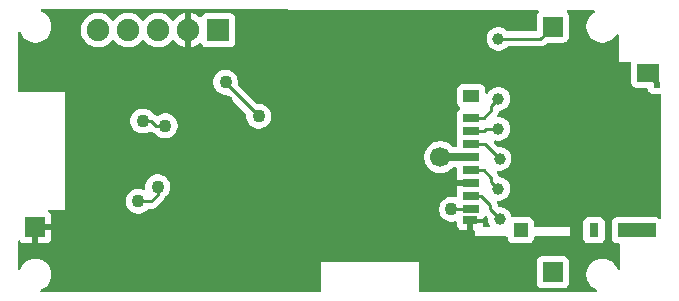
<source format=gbr>
%TF.GenerationSoftware,KiCad,Pcbnew,9.0.3-1.fc42*%
%TF.CreationDate,2025-07-19T22:58:11+02:00*%
%TF.ProjectId,yasio,79617369-6f2e-46b6-9963-61645f706362,rev?*%
%TF.SameCoordinates,Original*%
%TF.FileFunction,Copper,L2,Bot*%
%TF.FilePolarity,Positive*%
%FSLAX46Y46*%
G04 Gerber Fmt 4.6, Leading zero omitted, Abs format (unit mm)*
G04 Created by KiCad (PCBNEW 9.0.3-1.fc42) date 2025-07-19 22:58:11*
%MOMM*%
%LPD*%
G01*
G04 APERTURE LIST*
G04 Aperture macros list*
%AMRotRect*
0 Rectangle, with rotation*
0 The origin of the aperture is its center*
0 $1 length*
0 $2 width*
0 $3 Rotation angle, in degrees counterclockwise*
0 Add horizontal line*
21,1,$1,$2,0,0,$3*%
G04 Aperture macros list end*
%TA.AperFunction,ComponentPad*%
%ADD10R,1.700000X1.700000*%
%TD*%
%TA.AperFunction,ComponentPad*%
%ADD11R,1.900000X1.900000*%
%TD*%
%TA.AperFunction,ComponentPad*%
%ADD12O,1.900000X1.900000*%
%TD*%
%TA.AperFunction,SMDPad,CuDef*%
%ADD13R,1.400000X0.700000*%
%TD*%
%TA.AperFunction,SMDPad,CuDef*%
%ADD14R,1.200000X0.700000*%
%TD*%
%TA.AperFunction,SMDPad,CuDef*%
%ADD15R,0.800000X1.200000*%
%TD*%
%TA.AperFunction,SMDPad,CuDef*%
%ADD16R,1.900000X1.500000*%
%TD*%
%TA.AperFunction,SMDPad,CuDef*%
%ADD17RotRect,0.200000X0.200000X225.000000*%
%TD*%
%TA.AperFunction,SMDPad,CuDef*%
%ADD18R,0.500000X0.500000*%
%TD*%
%TA.AperFunction,SMDPad,CuDef*%
%ADD19R,1.400000X1.000000*%
%TD*%
%TA.AperFunction,SMDPad,CuDef*%
%ADD20R,3.200000X1.200000*%
%TD*%
%TA.AperFunction,SMDPad,CuDef*%
%ADD21R,1.200000X1.200000*%
%TD*%
%TA.AperFunction,ViaPad*%
%ADD22C,1.000000*%
%TD*%
%TA.AperFunction,ViaPad*%
%ADD23C,1.100000*%
%TD*%
%TA.AperFunction,ViaPad*%
%ADD24C,1.700000*%
%TD*%
%TA.AperFunction,Conductor*%
%ADD25C,0.254000*%
%TD*%
%TA.AperFunction,Conductor*%
%ADD26C,0.700000*%
%TD*%
%TA.AperFunction,Conductor*%
%ADD27C,0.800000*%
%TD*%
G04 APERTURE END LIST*
D10*
%TO.P,J2,1,Pin_1*%
%TO.N,Net-(J2-Pin_1)*%
X145800000Y-122800000D03*
%TD*%
%TO.P,J5,1,Pin_1*%
%TO.N,GND*%
X102000000Y-119000000D03*
%TD*%
D11*
%TO.P,J1,1,Pin_1*%
%TO.N,+5V*%
X117475000Y-102300000D03*
D12*
%TO.P,J1,2,Pin_2*%
%TO.N,GND*%
X114935000Y-102300000D03*
%TO.P,J1,3,Pin_3*%
%TO.N,/5V_CMD*%
X112395000Y-102300000D03*
%TO.P,J1,4,Pin_4*%
%TO.N,/5V_DATA_OUT*%
X109855000Y-102300000D03*
%TO.P,J1,5,Pin_5*%
%TO.N,/5V_DATA_IN*%
X107315000Y-102300000D03*
%TD*%
D10*
%TO.P,J4,1,Pin_1*%
%TO.N,Net-(J4-Pin_1)*%
X145800000Y-102000000D03*
%TD*%
D13*
%TO.P,J3,1,DAT2*%
%TO.N,DAT2*%
X138900000Y-109755000D03*
%TO.P,J3,2,DAT3/CD*%
%TO.N,DAT3*%
X138900000Y-110855000D03*
%TO.P,J3,3,CMD*%
%TO.N,CMD*%
X138900000Y-111955000D03*
%TO.P,J3,4,VDD*%
%TO.N,+3.3V*%
X138900000Y-113055000D03*
%TO.P,J3,5,CLK*%
%TO.N,CLK*%
X138900000Y-114155000D03*
%TO.P,J3,6,VSS*%
%TO.N,GND*%
X138900000Y-115255000D03*
%TO.P,J3,7,DAT0*%
%TO.N,DAT0*%
X138900000Y-116355000D03*
%TO.P,J3,8,DAT1*%
%TO.N,DAT1*%
X138900000Y-117455000D03*
D14*
%TO.P,J3,9,SHIELD*%
%TO.N,GND*%
X138800000Y-118405000D03*
D15*
%TO.P,J3,10*%
%TO.N,N/C*%
X149300000Y-119255000D03*
D16*
%TO.P,J3,11*%
X153900000Y-105955000D03*
D17*
X154350000Y-106705000D03*
D18*
X154600000Y-106955000D03*
D19*
X138900000Y-107855000D03*
D20*
X152900000Y-119255000D03*
D21*
X143100000Y-119255000D03*
%TD*%
D22*
%TO.N,Net-(J4-Pin_1)*%
X141200000Y-103040000D03*
D23*
%TO.N,GND*%
X109126898Y-112687420D03*
X118500000Y-116200000D03*
D24*
X121635729Y-105583147D03*
D23*
X121090638Y-121572850D03*
X112200000Y-108400000D03*
X112100000Y-112300000D03*
X114000000Y-123500000D03*
X109900000Y-123500000D03*
X118200000Y-108400000D03*
X118500000Y-112300000D03*
%TO.N,/5V_DATA_IN*%
X112353344Y-115550000D03*
X110700000Y-116800000D03*
%TO.N,/5V_DATA_OUT*%
X113000000Y-110400000D03*
X111100000Y-110000000D03*
D22*
%TO.N,CLK*%
X141200000Y-115740000D03*
%TO.N,DAT2*%
X141200000Y-108120000D03*
D24*
%TO.N,+3.3V*%
X136278953Y-113051622D03*
D23*
%TO.N,DAT1*%
X137229214Y-117467266D03*
D22*
%TO.N,DAT0*%
X141300000Y-118280000D03*
%TO.N,DAT3*%
X141200000Y-110660000D03*
%TO.N,CMD*%
X141300000Y-113200000D03*
D23*
%TO.N,SIO_CMD*%
X120900000Y-109600000D03*
X118100000Y-106700000D03*
%TD*%
D25*
%TO.N,Net-(J4-Pin_1)*%
X144760000Y-103040000D02*
X145800000Y-102000000D01*
X141200000Y-103040000D02*
X144760000Y-103040000D01*
%TO.N,/5V_DATA_IN*%
X111800000Y-116800000D02*
X112353344Y-116246656D01*
X110700000Y-116800000D02*
X111800000Y-116800000D01*
X112353344Y-116246656D02*
X112353344Y-115550000D01*
%TO.N,/5V_DATA_OUT*%
X111100000Y-110000000D02*
X111800000Y-110000000D01*
X111800000Y-110000000D02*
X112200000Y-110400000D01*
X112200000Y-110400000D02*
X113000000Y-110400000D01*
%TO.N,CLK*%
X140600000Y-114800000D02*
X140600000Y-115140000D01*
X138900000Y-114155000D02*
X139955000Y-114155000D01*
X140600000Y-115140000D02*
X141200000Y-115740000D01*
X139955000Y-114155000D02*
X140600000Y-114800000D01*
%TO.N,DAT2*%
X140600000Y-108700000D02*
X141180000Y-108120000D01*
X139945000Y-109755000D02*
X140600000Y-109100000D01*
X138900000Y-109755000D02*
X139945000Y-109755000D01*
X140600000Y-109100000D02*
X140600000Y-108700000D01*
X141180000Y-108120000D02*
X141200000Y-108120000D01*
D26*
%TO.N,+3.3V*%
X138900000Y-113055000D02*
X136282331Y-113055000D01*
D27*
X136282331Y-113055000D02*
X136278953Y-113051622D01*
D25*
%TO.N,DAT1*%
X138900000Y-117455000D02*
X137241480Y-117455000D01*
X137241480Y-117455000D02*
X137229214Y-117467266D01*
%TO.N,DAT0*%
X139755000Y-116355000D02*
X140500000Y-117100000D01*
X140500000Y-117480000D02*
X141300000Y-118280000D01*
X138900000Y-116355000D02*
X139755000Y-116355000D01*
X140500000Y-117100000D02*
X140500000Y-117480000D01*
%TO.N,DAT3*%
X141200000Y-110660000D02*
X140140000Y-110660000D01*
X140140000Y-110660000D02*
X139945000Y-110855000D01*
X139945000Y-110855000D02*
X138900000Y-110855000D01*
%TO.N,CMD*%
X138900000Y-111955000D02*
X140055000Y-111955000D01*
X140055000Y-111955000D02*
X141300000Y-113200000D01*
%TO.N,SIO_CMD*%
X120900000Y-109600000D02*
X118100000Y-106800000D01*
X118100000Y-106800000D02*
X118100000Y-106700000D01*
%TD*%
%TA.AperFunction,Conductor*%
%TO.N,GND*%
G36*
X144499349Y-100586442D02*
G01*
X144566347Y-100606258D01*
X144611998Y-100659152D01*
X144621806Y-100728330D01*
X144596175Y-100784162D01*
X144597768Y-100785355D01*
X144506206Y-100907664D01*
X144506202Y-100907671D01*
X144455908Y-101042517D01*
X144449501Y-101102116D01*
X144449500Y-101102127D01*
X144449500Y-101743201D01*
X144449501Y-102288500D01*
X144429816Y-102355539D01*
X144377013Y-102401294D01*
X144325501Y-102412500D01*
X142038783Y-102412500D01*
X141971744Y-102392815D01*
X141951106Y-102376185D01*
X141837782Y-102262861D01*
X141837781Y-102262860D01*
X141837780Y-102262859D01*
X141673920Y-102153371D01*
X141673907Y-102153364D01*
X141491839Y-102077950D01*
X141491829Y-102077947D01*
X141298543Y-102039500D01*
X141298541Y-102039500D01*
X141101459Y-102039500D01*
X141101457Y-102039500D01*
X140908170Y-102077947D01*
X140908160Y-102077950D01*
X140726092Y-102153364D01*
X140726079Y-102153371D01*
X140562218Y-102262860D01*
X140562214Y-102262863D01*
X140422863Y-102402214D01*
X140422860Y-102402218D01*
X140313371Y-102566079D01*
X140313364Y-102566092D01*
X140237950Y-102748160D01*
X140237947Y-102748170D01*
X140199500Y-102941456D01*
X140199500Y-102941459D01*
X140199500Y-103138541D01*
X140199500Y-103138543D01*
X140199499Y-103138543D01*
X140237947Y-103331829D01*
X140237950Y-103331839D01*
X140313364Y-103513907D01*
X140313371Y-103513920D01*
X140422860Y-103677781D01*
X140422863Y-103677785D01*
X140562214Y-103817136D01*
X140562218Y-103817139D01*
X140726079Y-103926628D01*
X140726092Y-103926635D01*
X140902006Y-103999500D01*
X140908165Y-104002051D01*
X140908169Y-104002051D01*
X140908170Y-104002052D01*
X141101456Y-104040500D01*
X141101459Y-104040500D01*
X141298543Y-104040500D01*
X141428582Y-104014632D01*
X141491835Y-104002051D01*
X141673914Y-103926632D01*
X141837782Y-103817139D01*
X141951103Y-103703817D01*
X142012424Y-103670334D01*
X142038783Y-103667500D01*
X144821804Y-103667500D01*
X144821805Y-103667499D01*
X144943035Y-103643386D01*
X145023784Y-103609937D01*
X145057233Y-103596083D01*
X145160008Y-103527411D01*
X145247411Y-103440008D01*
X145300601Y-103386818D01*
X145361924Y-103353333D01*
X145388282Y-103350499D01*
X146697871Y-103350499D01*
X146697872Y-103350499D01*
X146757483Y-103344091D01*
X146892331Y-103293796D01*
X147007546Y-103207546D01*
X147093796Y-103092331D01*
X147144091Y-102957483D01*
X147150500Y-102897873D01*
X147150499Y-101102128D01*
X147144091Y-101042517D01*
X147111736Y-100955770D01*
X147093797Y-100907671D01*
X147093793Y-100907664D01*
X147005614Y-100789873D01*
X146981196Y-100724409D01*
X146996047Y-100656136D01*
X147045452Y-100606730D01*
X147105123Y-100591562D01*
X149264903Y-100595805D01*
X149331902Y-100615621D01*
X149377553Y-100668515D01*
X149387361Y-100737693D01*
X149358211Y-100801192D01*
X149320954Y-100830289D01*
X149292182Y-100844949D01*
X149120213Y-100969890D01*
X148969890Y-101120213D01*
X148844951Y-101292179D01*
X148748444Y-101481585D01*
X148682753Y-101683760D01*
X148649500Y-101893713D01*
X148649500Y-102106286D01*
X148682753Y-102316239D01*
X148682753Y-102316241D01*
X148682754Y-102316243D01*
X148714568Y-102414157D01*
X148748444Y-102518414D01*
X148844951Y-102707820D01*
X148969890Y-102879786D01*
X149120213Y-103030109D01*
X149292179Y-103155048D01*
X149292181Y-103155049D01*
X149292184Y-103155051D01*
X149481588Y-103251557D01*
X149683757Y-103317246D01*
X149893713Y-103350500D01*
X149893714Y-103350500D01*
X150106286Y-103350500D01*
X150106287Y-103350500D01*
X150316243Y-103317246D01*
X150518412Y-103251557D01*
X150707816Y-103155051D01*
X150762745Y-103115143D01*
X150879786Y-103030109D01*
X150879788Y-103030106D01*
X150879792Y-103030104D01*
X151030104Y-102879792D01*
X151030106Y-102879788D01*
X151030109Y-102879786D01*
X151155048Y-102707820D01*
X151155047Y-102707820D01*
X151155051Y-102707816D01*
X151165515Y-102687278D01*
X151213488Y-102636483D01*
X151281309Y-102619687D01*
X151347444Y-102642223D01*
X151390896Y-102696938D01*
X151400000Y-102743573D01*
X151400000Y-105000000D01*
X151922184Y-105000000D01*
X151929813Y-105000500D01*
X151934108Y-105000500D01*
X152328294Y-105000500D01*
X152395333Y-105020185D01*
X152441088Y-105072989D01*
X152451583Y-105137757D01*
X152449500Y-105157121D01*
X152449500Y-106752870D01*
X152449501Y-106752876D01*
X152455908Y-106812483D01*
X152506202Y-106947328D01*
X152506206Y-106947335D01*
X152592452Y-107062544D01*
X152592455Y-107062547D01*
X152707664Y-107148793D01*
X152707671Y-107148797D01*
X152842517Y-107199091D01*
X152842516Y-107199091D01*
X152849444Y-107199835D01*
X152902127Y-107205500D01*
X153733023Y-107205499D01*
X153800062Y-107225183D01*
X153845817Y-107277987D01*
X153853265Y-107305134D01*
X153854124Y-107304932D01*
X153855907Y-107312479D01*
X153906202Y-107447328D01*
X153906206Y-107447335D01*
X153992452Y-107562544D01*
X153992455Y-107562547D01*
X154107664Y-107648793D01*
X154107671Y-107648797D01*
X154152618Y-107665561D01*
X154242517Y-107699091D01*
X154302127Y-107705500D01*
X154875500Y-107705499D01*
X154942539Y-107725183D01*
X154988294Y-107777987D01*
X154999500Y-107829499D01*
X154999500Y-118155998D01*
X154979815Y-118223037D01*
X154927011Y-118268792D01*
X154857853Y-118278736D01*
X154801189Y-118255265D01*
X154742331Y-118211204D01*
X154742328Y-118211202D01*
X154607482Y-118160908D01*
X154607483Y-118160908D01*
X154547883Y-118154501D01*
X154547881Y-118154500D01*
X154547873Y-118154500D01*
X154547864Y-118154500D01*
X151252129Y-118154500D01*
X151252123Y-118154501D01*
X151192516Y-118160908D01*
X151057671Y-118211202D01*
X151057664Y-118211206D01*
X150942455Y-118297452D01*
X150942452Y-118297455D01*
X150856206Y-118412664D01*
X150856202Y-118412671D01*
X150805908Y-118547517D01*
X150800833Y-118594730D01*
X150799501Y-118607123D01*
X150799500Y-118607135D01*
X150799500Y-119902870D01*
X150799501Y-119902876D01*
X150805908Y-119962483D01*
X150856202Y-120097328D01*
X150856206Y-120097335D01*
X150942452Y-120212544D01*
X150942455Y-120212547D01*
X151057664Y-120298793D01*
X151057671Y-120298797D01*
X151102618Y-120315561D01*
X151192517Y-120349091D01*
X151252127Y-120355500D01*
X151375500Y-120355499D01*
X151442539Y-120375183D01*
X151488294Y-120427987D01*
X151499500Y-120479499D01*
X151499500Y-122461773D01*
X151479815Y-122528812D01*
X151427011Y-122574567D01*
X151357853Y-122584511D01*
X151294297Y-122555486D01*
X151257570Y-122500094D01*
X151251557Y-122481588D01*
X151155051Y-122292184D01*
X151155049Y-122292181D01*
X151155048Y-122292179D01*
X151030109Y-122120213D01*
X150879786Y-121969890D01*
X150707820Y-121844951D01*
X150518414Y-121748444D01*
X150518413Y-121748443D01*
X150518412Y-121748443D01*
X150316243Y-121682754D01*
X150316241Y-121682753D01*
X150316240Y-121682753D01*
X150154957Y-121657208D01*
X150106287Y-121649500D01*
X149893713Y-121649500D01*
X149845042Y-121657208D01*
X149683760Y-121682753D01*
X149481585Y-121748444D01*
X149292179Y-121844951D01*
X149120213Y-121969890D01*
X148969890Y-122120213D01*
X148844951Y-122292179D01*
X148748444Y-122481585D01*
X148682753Y-122683760D01*
X148649500Y-122893713D01*
X148649500Y-123106287D01*
X148682754Y-123316243D01*
X148734075Y-123474193D01*
X148748444Y-123518414D01*
X148844951Y-123707820D01*
X148969890Y-123879786D01*
X149120213Y-124030109D01*
X149292179Y-124155048D01*
X149292181Y-124155049D01*
X149292184Y-124155051D01*
X149481588Y-124251557D01*
X149500092Y-124257569D01*
X149557768Y-124297006D01*
X149584966Y-124361365D01*
X149573051Y-124430211D01*
X149525807Y-124481687D01*
X149461774Y-124499500D01*
X134574000Y-124499500D01*
X134506961Y-124479815D01*
X134461206Y-124427011D01*
X134450000Y-124375500D01*
X134450000Y-121950000D01*
X126200000Y-121950000D01*
X126200000Y-124375500D01*
X126180315Y-124442539D01*
X126127511Y-124488294D01*
X126076000Y-124499500D01*
X102538226Y-124499500D01*
X102471187Y-124479815D01*
X102425432Y-124427011D01*
X102415488Y-124357853D01*
X102444513Y-124294297D01*
X102499906Y-124257569D01*
X102518412Y-124251557D01*
X102707816Y-124155051D01*
X102729789Y-124139086D01*
X102879786Y-124030109D01*
X102879788Y-124030106D01*
X102879792Y-124030104D01*
X103030104Y-123879792D01*
X103030106Y-123879788D01*
X103030109Y-123879786D01*
X103155048Y-123707820D01*
X103155047Y-123707820D01*
X103155051Y-123707816D01*
X103251557Y-123518412D01*
X103317246Y-123316243D01*
X103350500Y-123106287D01*
X103350500Y-122893713D01*
X103317246Y-122683757D01*
X103251557Y-122481588D01*
X103155051Y-122292184D01*
X103155049Y-122292181D01*
X103155048Y-122292179D01*
X103030109Y-122120213D01*
X102879786Y-121969890D01*
X102786528Y-121902135D01*
X144449500Y-121902135D01*
X144449500Y-123697870D01*
X144449501Y-123697876D01*
X144455908Y-123757483D01*
X144506202Y-123892328D01*
X144506206Y-123892335D01*
X144592452Y-124007544D01*
X144592455Y-124007547D01*
X144707664Y-124093793D01*
X144707671Y-124093797D01*
X144842517Y-124144091D01*
X144842516Y-124144091D01*
X144849444Y-124144835D01*
X144902127Y-124150500D01*
X146697872Y-124150499D01*
X146757483Y-124144091D01*
X146892331Y-124093796D01*
X147007546Y-124007546D01*
X147093796Y-123892331D01*
X147144091Y-123757483D01*
X147150500Y-123697873D01*
X147150499Y-121902128D01*
X147144353Y-121844951D01*
X147144091Y-121842516D01*
X147093797Y-121707671D01*
X147093793Y-121707664D01*
X147007547Y-121592455D01*
X147007544Y-121592452D01*
X146892335Y-121506206D01*
X146892328Y-121506202D01*
X146757482Y-121455908D01*
X146757483Y-121455908D01*
X146697883Y-121449501D01*
X146697881Y-121449500D01*
X146697873Y-121449500D01*
X146697864Y-121449500D01*
X144902129Y-121449500D01*
X144902123Y-121449501D01*
X144842516Y-121455908D01*
X144707671Y-121506202D01*
X144707664Y-121506206D01*
X144592455Y-121592452D01*
X144592452Y-121592455D01*
X144506206Y-121707664D01*
X144506202Y-121707671D01*
X144455908Y-121842517D01*
X144449501Y-121902116D01*
X144449501Y-121902123D01*
X144449500Y-121902135D01*
X102786528Y-121902135D01*
X102707820Y-121844951D01*
X102518414Y-121748444D01*
X102518413Y-121748443D01*
X102518412Y-121748443D01*
X102316243Y-121682754D01*
X102316241Y-121682753D01*
X102316240Y-121682753D01*
X102154957Y-121657208D01*
X102106287Y-121649500D01*
X101893713Y-121649500D01*
X101845042Y-121657208D01*
X101683760Y-121682753D01*
X101481585Y-121748444D01*
X101292179Y-121844951D01*
X101120213Y-121969890D01*
X100969890Y-122120213D01*
X100844951Y-122292179D01*
X100748445Y-122481582D01*
X100748443Y-122481587D01*
X100748443Y-122481588D01*
X100742429Y-122500094D01*
X100702992Y-122557768D01*
X100638633Y-122584965D01*
X100569787Y-122573050D01*
X100518312Y-122525805D01*
X100500500Y-122461773D01*
X100500500Y-120189269D01*
X100520185Y-120122230D01*
X100572989Y-120076475D01*
X100642147Y-120066531D01*
X100705703Y-120095556D01*
X100723766Y-120114958D01*
X100792809Y-120207187D01*
X100792812Y-120207190D01*
X100907906Y-120293350D01*
X100907913Y-120293354D01*
X101042620Y-120343596D01*
X101042627Y-120343598D01*
X101102155Y-120349999D01*
X101102172Y-120350000D01*
X101750000Y-120350000D01*
X101750000Y-119433012D01*
X101807007Y-119465925D01*
X101934174Y-119500000D01*
X102065826Y-119500000D01*
X102192993Y-119465925D01*
X102250000Y-119433012D01*
X102250000Y-120350000D01*
X102897828Y-120350000D01*
X102897844Y-120349999D01*
X102957372Y-120343598D01*
X102957379Y-120343596D01*
X103092086Y-120293354D01*
X103092093Y-120293350D01*
X103207187Y-120207190D01*
X103207190Y-120207187D01*
X103293350Y-120092093D01*
X103293354Y-120092086D01*
X103343596Y-119957379D01*
X103343598Y-119957372D01*
X103349999Y-119897844D01*
X103350000Y-119897827D01*
X103350000Y-119250000D01*
X102433012Y-119250000D01*
X102465925Y-119192993D01*
X102500000Y-119065826D01*
X102500000Y-118934174D01*
X102465925Y-118807007D01*
X102433012Y-118750000D01*
X103350000Y-118750000D01*
X103350000Y-118102172D01*
X103349999Y-118102155D01*
X103343598Y-118042627D01*
X103343596Y-118042620D01*
X103293354Y-117907913D01*
X103293350Y-117907906D01*
X103207190Y-117792812D01*
X103207187Y-117792809D01*
X103114958Y-117723766D01*
X103073087Y-117667832D01*
X103068103Y-117598141D01*
X103101589Y-117536818D01*
X103162912Y-117503334D01*
X103189269Y-117500500D01*
X104070187Y-117500500D01*
X104077816Y-117500000D01*
X104500000Y-117500000D01*
X104500000Y-117077816D01*
X104500500Y-117070186D01*
X104500500Y-116696530D01*
X109649500Y-116696530D01*
X109649500Y-116903469D01*
X109689868Y-117106412D01*
X109689870Y-117106420D01*
X109762561Y-117281912D01*
X109769059Y-117297598D01*
X109808137Y-117356083D01*
X109884024Y-117469657D01*
X110030342Y-117615975D01*
X110030345Y-117615977D01*
X110202402Y-117730941D01*
X110393580Y-117810130D01*
X110596530Y-117850499D01*
X110596534Y-117850500D01*
X110596535Y-117850500D01*
X110803466Y-117850500D01*
X110803467Y-117850499D01*
X111006420Y-117810130D01*
X111197598Y-117730941D01*
X111369655Y-117615977D01*
X111414901Y-117570731D01*
X111520285Y-117465348D01*
X111521934Y-117466997D01*
X111571122Y-117433498D01*
X111609221Y-117427500D01*
X111861804Y-117427500D01*
X111861805Y-117427499D01*
X111983035Y-117403386D01*
X112078600Y-117363801D01*
X112078601Y-117363801D01*
X112097227Y-117356086D01*
X112097230Y-117356084D01*
X112097233Y-117356083D01*
X112200008Y-117287411D01*
X112287411Y-117200008D01*
X112840755Y-116646664D01*
X112863523Y-116612589D01*
X112909427Y-116543889D01*
X112948568Y-116449394D01*
X112953468Y-116437563D01*
X112997312Y-116383163D01*
X112999053Y-116381976D01*
X113022999Y-116365977D01*
X113169321Y-116219655D01*
X113284285Y-116047598D01*
X113363474Y-115856420D01*
X113363475Y-115856412D01*
X113363477Y-115856408D01*
X113403843Y-115653469D01*
X113403844Y-115653466D01*
X113403844Y-115446534D01*
X113403843Y-115446530D01*
X113390709Y-115380500D01*
X113363474Y-115243580D01*
X113284285Y-115052402D01*
X113169321Y-114880345D01*
X113169319Y-114880342D01*
X113023001Y-114734024D01*
X112915780Y-114662382D01*
X112850942Y-114619059D01*
X112835066Y-114612483D01*
X112659764Y-114539870D01*
X112659756Y-114539868D01*
X112456813Y-114499500D01*
X112456809Y-114499500D01*
X112249879Y-114499500D01*
X112249874Y-114499500D01*
X112046931Y-114539868D01*
X112046923Y-114539870D01*
X111855747Y-114619058D01*
X111683686Y-114734024D01*
X111537368Y-114880342D01*
X111422402Y-115052403D01*
X111343214Y-115243579D01*
X111343212Y-115243587D01*
X111302844Y-115446530D01*
X111302844Y-115446534D01*
X111302844Y-115446535D01*
X111302844Y-115653465D01*
X111302845Y-115653469D01*
X111313770Y-115708396D01*
X111307541Y-115777988D01*
X111264678Y-115833165D01*
X111198788Y-115856408D01*
X111144699Y-115847147D01*
X111006420Y-115789870D01*
X111006412Y-115789868D01*
X110803469Y-115749500D01*
X110803465Y-115749500D01*
X110596535Y-115749500D01*
X110596530Y-115749500D01*
X110393587Y-115789868D01*
X110393579Y-115789870D01*
X110202403Y-115869058D01*
X110030342Y-115984024D01*
X109884024Y-116130342D01*
X109769058Y-116302403D01*
X109689870Y-116493579D01*
X109689868Y-116493587D01*
X109649500Y-116696530D01*
X104500500Y-116696530D01*
X104500500Y-112945335D01*
X134928453Y-112945335D01*
X134928453Y-113157909D01*
X134961707Y-113367865D01*
X135008696Y-113512483D01*
X135027397Y-113570036D01*
X135123904Y-113759442D01*
X135248843Y-113931408D01*
X135399166Y-114081731D01*
X135571132Y-114206670D01*
X135571134Y-114206671D01*
X135571137Y-114206673D01*
X135760541Y-114303179D01*
X135962710Y-114368868D01*
X136172666Y-114402122D01*
X136172667Y-114402122D01*
X136385239Y-114402122D01*
X136385240Y-114402122D01*
X136595196Y-114368868D01*
X136797365Y-114303179D01*
X136986769Y-114206673D01*
X137048189Y-114162049D01*
X137158737Y-114081732D01*
X137158737Y-114081731D01*
X137158745Y-114081726D01*
X137298653Y-113941818D01*
X137325586Y-113927111D01*
X137351399Y-113910523D01*
X137357599Y-113909631D01*
X137359976Y-113908334D01*
X137386334Y-113905500D01*
X137575500Y-113905500D01*
X137642539Y-113925185D01*
X137688294Y-113977989D01*
X137699500Y-114029500D01*
X137699500Y-114552870D01*
X137699501Y-114552876D01*
X137705909Y-114612484D01*
X137724519Y-114662382D01*
X137729503Y-114732074D01*
X137724520Y-114749046D01*
X137706402Y-114797623D01*
X137706401Y-114797627D01*
X137700000Y-114857155D01*
X137700000Y-115005000D01*
X138140833Y-115005000D01*
X138148811Y-115005427D01*
X138148817Y-115005322D01*
X138152102Y-115005497D01*
X138152127Y-115005500D01*
X138776001Y-115005499D01*
X138843039Y-115025183D01*
X138888794Y-115077987D01*
X138900000Y-115129499D01*
X138900000Y-115380500D01*
X138880315Y-115447539D01*
X138827511Y-115493294D01*
X138776000Y-115504500D01*
X138152129Y-115504500D01*
X138148805Y-115504679D01*
X138148799Y-115504573D01*
X138140837Y-115505000D01*
X137700000Y-115505000D01*
X137700000Y-115652844D01*
X137706401Y-115712372D01*
X137706403Y-115712383D01*
X137724519Y-115760953D01*
X137729503Y-115830644D01*
X137724520Y-115847616D01*
X137705908Y-115897517D01*
X137699501Y-115957116D01*
X137699500Y-115957135D01*
X137699500Y-116339649D01*
X137679815Y-116406688D01*
X137627011Y-116452443D01*
X137557853Y-116462387D01*
X137539510Y-116458311D01*
X137535634Y-116457135D01*
X137332683Y-116416766D01*
X137332679Y-116416766D01*
X137125749Y-116416766D01*
X137125744Y-116416766D01*
X136922801Y-116457134D01*
X136922793Y-116457136D01*
X136731617Y-116536324D01*
X136559556Y-116651290D01*
X136413238Y-116797608D01*
X136298272Y-116969669D01*
X136219084Y-117160845D01*
X136219082Y-117160853D01*
X136178714Y-117363796D01*
X136178714Y-117570735D01*
X136219082Y-117773678D01*
X136219084Y-117773686D01*
X136298272Y-117964862D01*
X136413238Y-118136923D01*
X136559556Y-118283241D01*
X136559559Y-118283243D01*
X136731616Y-118398207D01*
X136922794Y-118477396D01*
X137100215Y-118512687D01*
X137125744Y-118517765D01*
X137125748Y-118517766D01*
X137125749Y-118517766D01*
X137332680Y-118517766D01*
X137332681Y-118517765D01*
X137535634Y-118477396D01*
X137535648Y-118477389D01*
X137539995Y-118476072D01*
X137609862Y-118475443D01*
X137668978Y-118512687D01*
X137698574Y-118575979D01*
X137700000Y-118594730D01*
X137700000Y-118802844D01*
X137706401Y-118862372D01*
X137706403Y-118862379D01*
X137756645Y-118997086D01*
X137756649Y-118997093D01*
X137842809Y-119112187D01*
X137842812Y-119112190D01*
X137957906Y-119198350D01*
X137957913Y-119198354D01*
X138092620Y-119248596D01*
X138092627Y-119248598D01*
X138152155Y-119254999D01*
X138152172Y-119255000D01*
X138550000Y-119255000D01*
X138550000Y-118529000D01*
X138569685Y-118461961D01*
X138622489Y-118416206D01*
X138674000Y-118405000D01*
X138800000Y-118405000D01*
X138810184Y-118394815D01*
X138819685Y-118362460D01*
X138872489Y-118316705D01*
X138923997Y-118305499D01*
X139647872Y-118305499D01*
X139707483Y-118299091D01*
X139842331Y-118248796D01*
X139957546Y-118162546D01*
X140002755Y-118102155D01*
X140016311Y-118084047D01*
X140030582Y-118073363D01*
X140041267Y-118059091D01*
X140057970Y-118052860D01*
X140072244Y-118042176D01*
X140090027Y-118040904D01*
X140106731Y-118034674D01*
X140124152Y-118038463D01*
X140141936Y-118037192D01*
X140157583Y-118045736D01*
X140175004Y-118049526D01*
X140203258Y-118070677D01*
X140263181Y-118130600D01*
X140296666Y-118191923D01*
X140299500Y-118218281D01*
X140299500Y-118378541D01*
X140299500Y-118378543D01*
X140299499Y-118378543D01*
X140337947Y-118571829D01*
X140337950Y-118571839D01*
X140413364Y-118753907D01*
X140413371Y-118753920D01*
X140452252Y-118812109D01*
X140473130Y-118878787D01*
X140454645Y-118946167D01*
X140402667Y-118992857D01*
X140349150Y-119005000D01*
X140016310Y-119005000D01*
X139949271Y-118985315D01*
X139903516Y-118932511D01*
X139893021Y-118867744D01*
X139899999Y-118802844D01*
X139900000Y-118802827D01*
X139900000Y-118655000D01*
X139050000Y-118655000D01*
X139050000Y-119255000D01*
X139126000Y-119255000D01*
X139193039Y-119274685D01*
X139238794Y-119327489D01*
X139250000Y-119379000D01*
X139250000Y-119755000D01*
X141875501Y-119755000D01*
X141942540Y-119774685D01*
X141988295Y-119827489D01*
X141999501Y-119879000D01*
X141999501Y-119902876D01*
X142005908Y-119962483D01*
X142056202Y-120097328D01*
X142056206Y-120097335D01*
X142142452Y-120212544D01*
X142142455Y-120212547D01*
X142257664Y-120298793D01*
X142257671Y-120298797D01*
X142392517Y-120349091D01*
X142392516Y-120349091D01*
X142399444Y-120349835D01*
X142452127Y-120355500D01*
X143747872Y-120355499D01*
X143807483Y-120349091D01*
X143942331Y-120298796D01*
X144057546Y-120212546D01*
X144143796Y-120097331D01*
X144194091Y-119962483D01*
X144200500Y-119902873D01*
X144200500Y-119879000D01*
X144220185Y-119811961D01*
X144272989Y-119766206D01*
X144324500Y-119755000D01*
X147300000Y-119755000D01*
X147300000Y-119005000D01*
X144324499Y-119005000D01*
X144257460Y-118985315D01*
X144211705Y-118932511D01*
X144200499Y-118881000D01*
X144200499Y-118607135D01*
X148399500Y-118607135D01*
X148399500Y-119902870D01*
X148399501Y-119902876D01*
X148405908Y-119962483D01*
X148456202Y-120097328D01*
X148456206Y-120097335D01*
X148542452Y-120212544D01*
X148542455Y-120212547D01*
X148657664Y-120298793D01*
X148657671Y-120298797D01*
X148792517Y-120349091D01*
X148792516Y-120349091D01*
X148799444Y-120349835D01*
X148852127Y-120355500D01*
X149747872Y-120355499D01*
X149807483Y-120349091D01*
X149942331Y-120298796D01*
X150057546Y-120212546D01*
X150143796Y-120097331D01*
X150194091Y-119962483D01*
X150200500Y-119902873D01*
X150200499Y-118607128D01*
X150194091Y-118547517D01*
X150189077Y-118534075D01*
X150143797Y-118412671D01*
X150143793Y-118412664D01*
X150057547Y-118297455D01*
X150057544Y-118297452D01*
X149942335Y-118211206D01*
X149942328Y-118211202D01*
X149807482Y-118160908D01*
X149807483Y-118160908D01*
X149747883Y-118154501D01*
X149747881Y-118154500D01*
X149747873Y-118154500D01*
X149747864Y-118154500D01*
X148852129Y-118154500D01*
X148852123Y-118154501D01*
X148792516Y-118160908D01*
X148657671Y-118211202D01*
X148657664Y-118211206D01*
X148542455Y-118297452D01*
X148542452Y-118297455D01*
X148456206Y-118412664D01*
X148456202Y-118412671D01*
X148405908Y-118547517D01*
X148400833Y-118594730D01*
X148399501Y-118607123D01*
X148399500Y-118607135D01*
X144200499Y-118607135D01*
X144200499Y-118607130D01*
X144200498Y-118607122D01*
X144200497Y-118607116D01*
X144194091Y-118547517D01*
X144189077Y-118534075D01*
X144143797Y-118412671D01*
X144143793Y-118412664D01*
X144057547Y-118297455D01*
X144057544Y-118297452D01*
X143942335Y-118211206D01*
X143942328Y-118211202D01*
X143807482Y-118160908D01*
X143807483Y-118160908D01*
X143747883Y-118154501D01*
X143747881Y-118154500D01*
X143747873Y-118154500D01*
X143747864Y-118154500D01*
X142452129Y-118154500D01*
X142452120Y-118154501D01*
X142411170Y-118158903D01*
X142342410Y-118146495D01*
X142291274Y-118098884D01*
X142276301Y-118059804D01*
X142272883Y-118042620D01*
X142262051Y-117988165D01*
X142262049Y-117988160D01*
X142186635Y-117806092D01*
X142186628Y-117806079D01*
X142077139Y-117642218D01*
X142077136Y-117642214D01*
X141937785Y-117502863D01*
X141937781Y-117502860D01*
X141773920Y-117393371D01*
X141773907Y-117393364D01*
X141591839Y-117317950D01*
X141591829Y-117317947D01*
X141398543Y-117279500D01*
X141398541Y-117279500D01*
X141251500Y-117279500D01*
X141184461Y-117259815D01*
X141138706Y-117207011D01*
X141127500Y-117155500D01*
X141127500Y-117038194D01*
X141103386Y-116916970D01*
X141103385Y-116916969D01*
X141103385Y-116916965D01*
X141101307Y-116911950D01*
X141093841Y-116842481D01*
X141125117Y-116780002D01*
X141185206Y-116744351D01*
X141215870Y-116740500D01*
X141298543Y-116740500D01*
X141428582Y-116714632D01*
X141491835Y-116702051D01*
X141673914Y-116626632D01*
X141837782Y-116517139D01*
X141977139Y-116377782D01*
X142086632Y-116213914D01*
X142162051Y-116031835D01*
X142198695Y-115847616D01*
X142200500Y-115838543D01*
X142200500Y-115641456D01*
X142162052Y-115448170D01*
X142162051Y-115448169D01*
X142162051Y-115448165D01*
X142157523Y-115437233D01*
X142086635Y-115266092D01*
X142086628Y-115266079D01*
X141977139Y-115102218D01*
X141977136Y-115102214D01*
X141837785Y-114962863D01*
X141837781Y-114962860D01*
X141673920Y-114853371D01*
X141673907Y-114853364D01*
X141491839Y-114777950D01*
X141491829Y-114777947D01*
X141306105Y-114741004D01*
X141296005Y-114735720D01*
X141284654Y-114734681D01*
X141265604Y-114719818D01*
X141244194Y-114708619D01*
X141237131Y-114697603D01*
X141229567Y-114691702D01*
X141221645Y-114673450D01*
X141213274Y-114660394D01*
X141210383Y-114652145D01*
X141203386Y-114616966D01*
X141170103Y-114536614D01*
X141156083Y-114502767D01*
X141156082Y-114502766D01*
X141156079Y-114502760D01*
X141084027Y-114394927D01*
X141085652Y-114393841D01*
X141061867Y-114337836D01*
X141073658Y-114268969D01*
X141120811Y-114217409D01*
X141188353Y-114199526D01*
X141197189Y-114200079D01*
X141201455Y-114200499D01*
X141201459Y-114200500D01*
X141201463Y-114200500D01*
X141398543Y-114200500D01*
X141528582Y-114174632D01*
X141591835Y-114162051D01*
X141773914Y-114086632D01*
X141937782Y-113977139D01*
X142077139Y-113837782D01*
X142186632Y-113673914D01*
X142262051Y-113491835D01*
X142274632Y-113428582D01*
X142300500Y-113298543D01*
X142300500Y-113101456D01*
X142262052Y-112908170D01*
X142262051Y-112908169D01*
X142262051Y-112908165D01*
X142262049Y-112908160D01*
X142186635Y-112726092D01*
X142186628Y-112726079D01*
X142077139Y-112562218D01*
X142077136Y-112562214D01*
X141937785Y-112422863D01*
X141937781Y-112422860D01*
X141773920Y-112313371D01*
X141773907Y-112313364D01*
X141591839Y-112237950D01*
X141591829Y-112237947D01*
X141398543Y-112199500D01*
X141398541Y-112199500D01*
X141238281Y-112199500D01*
X141171242Y-112179815D01*
X141150600Y-112163181D01*
X140824349Y-111836930D01*
X140790864Y-111775607D01*
X140795848Y-111705915D01*
X140837720Y-111649982D01*
X140903184Y-111625565D01*
X140936222Y-111627632D01*
X141101456Y-111660500D01*
X141101459Y-111660500D01*
X141298543Y-111660500D01*
X141428582Y-111634632D01*
X141491835Y-111622051D01*
X141673914Y-111546632D01*
X141837782Y-111437139D01*
X141977139Y-111297782D01*
X142086632Y-111133914D01*
X142162051Y-110951835D01*
X142200500Y-110758541D01*
X142200500Y-110561459D01*
X142200500Y-110561456D01*
X142162052Y-110368170D01*
X142162051Y-110368169D01*
X142162051Y-110368165D01*
X142136472Y-110306412D01*
X142086635Y-110186092D01*
X142086628Y-110186079D01*
X141977139Y-110022218D01*
X141977136Y-110022214D01*
X141837785Y-109882863D01*
X141837781Y-109882860D01*
X141673920Y-109773371D01*
X141673907Y-109773364D01*
X141491839Y-109697950D01*
X141491829Y-109697947D01*
X141298543Y-109659500D01*
X141298541Y-109659500D01*
X141212830Y-109659500D01*
X141203080Y-109656637D01*
X141192999Y-109657904D01*
X141170120Y-109646959D01*
X141145791Y-109639815D01*
X141139137Y-109632136D01*
X141129970Y-109627751D01*
X141116639Y-109606172D01*
X141100036Y-109587011D01*
X141098590Y-109576954D01*
X141093249Y-109568309D01*
X141093700Y-109542952D01*
X141090092Y-109517853D01*
X141094346Y-109506750D01*
X141094494Y-109498451D01*
X141109726Y-109466612D01*
X141115633Y-109457771D01*
X141115635Y-109457768D01*
X141156083Y-109397233D01*
X141172692Y-109357135D01*
X141183789Y-109330346D01*
X141197387Y-109297517D01*
X141203386Y-109283035D01*
X141216963Y-109214773D01*
X141249348Y-109152863D01*
X141310064Y-109118289D01*
X141314389Y-109117348D01*
X141433852Y-109093584D01*
X141491835Y-109082051D01*
X141673914Y-109006632D01*
X141837782Y-108897139D01*
X141977139Y-108757782D01*
X142086632Y-108593914D01*
X142162051Y-108411835D01*
X142174632Y-108348582D01*
X142200500Y-108218543D01*
X142200500Y-108021456D01*
X142162052Y-107828170D01*
X142162051Y-107828169D01*
X142162051Y-107828165D01*
X142138035Y-107770185D01*
X142086635Y-107646092D01*
X142086628Y-107646079D01*
X141977139Y-107482218D01*
X141977136Y-107482214D01*
X141837785Y-107342863D01*
X141837781Y-107342860D01*
X141673920Y-107233371D01*
X141673907Y-107233364D01*
X141491839Y-107157950D01*
X141491829Y-107157947D01*
X141298543Y-107119500D01*
X141298541Y-107119500D01*
X141101459Y-107119500D01*
X141101457Y-107119500D01*
X140908170Y-107157947D01*
X140908160Y-107157950D01*
X140726092Y-107233364D01*
X140726079Y-107233371D01*
X140562218Y-107342860D01*
X140562214Y-107342863D01*
X140422863Y-107482214D01*
X140422860Y-107482218D01*
X140327601Y-107624783D01*
X140273989Y-107669588D01*
X140204664Y-107678295D01*
X140141636Y-107648140D01*
X140104917Y-107588697D01*
X140100499Y-107555892D01*
X140100499Y-107307129D01*
X140100498Y-107307123D01*
X140100497Y-107307116D01*
X140094091Y-107247517D01*
X140088812Y-107233364D01*
X140043797Y-107112671D01*
X140043793Y-107112664D01*
X139957547Y-106997455D01*
X139957544Y-106997452D01*
X139842335Y-106911206D01*
X139842328Y-106911202D01*
X139707482Y-106860908D01*
X139707483Y-106860908D01*
X139647883Y-106854501D01*
X139647881Y-106854500D01*
X139647873Y-106854500D01*
X139647864Y-106854500D01*
X138152129Y-106854500D01*
X138152123Y-106854501D01*
X138092516Y-106860908D01*
X137957671Y-106911202D01*
X137957664Y-106911206D01*
X137842455Y-106997452D01*
X137842452Y-106997455D01*
X137756206Y-107112664D01*
X137756202Y-107112671D01*
X137705908Y-107247517D01*
X137699736Y-107304932D01*
X137699501Y-107307123D01*
X137699500Y-107307135D01*
X137699500Y-108402870D01*
X137699501Y-108402876D01*
X137705908Y-108462483D01*
X137756202Y-108597328D01*
X137756206Y-108597335D01*
X137842452Y-108712544D01*
X137842455Y-108712547D01*
X137933540Y-108780734D01*
X137975411Y-108836668D01*
X137980395Y-108906359D01*
X137946909Y-108967682D01*
X137933540Y-108979266D01*
X137842455Y-109047452D01*
X137842452Y-109047455D01*
X137756206Y-109162664D01*
X137756202Y-109162671D01*
X137705908Y-109297517D01*
X137699501Y-109357116D01*
X137699500Y-109357135D01*
X137699500Y-110152870D01*
X137699501Y-110152876D01*
X137705908Y-110212482D01*
X137724253Y-110261666D01*
X137729237Y-110331358D01*
X137724253Y-110348331D01*
X137705909Y-110397514D01*
X137705908Y-110397516D01*
X137699501Y-110457116D01*
X137699500Y-110457135D01*
X137699500Y-111252870D01*
X137699501Y-111252876D01*
X137705908Y-111312482D01*
X137724253Y-111361666D01*
X137729237Y-111431358D01*
X137724253Y-111448331D01*
X137705910Y-111497511D01*
X137705909Y-111497515D01*
X137705909Y-111497517D01*
X137699500Y-111557127D01*
X137699500Y-111836930D01*
X137699501Y-112080500D01*
X137696950Y-112089186D01*
X137698239Y-112098147D01*
X137687261Y-112122183D01*
X137679817Y-112147539D01*
X137672974Y-112153467D01*
X137669214Y-112161703D01*
X137646982Y-112175989D01*
X137627013Y-112193294D01*
X137616497Y-112195581D01*
X137610436Y-112199477D01*
X137575501Y-112204500D01*
X137393089Y-112204500D01*
X137326050Y-112184815D01*
X137305408Y-112168181D01*
X137158739Y-112021512D01*
X136986773Y-111896573D01*
X136797367Y-111800066D01*
X136797366Y-111800065D01*
X136797365Y-111800065D01*
X136595196Y-111734376D01*
X136595194Y-111734375D01*
X136595193Y-111734375D01*
X136433910Y-111708830D01*
X136385240Y-111701122D01*
X136172666Y-111701122D01*
X136123995Y-111708830D01*
X135962713Y-111734375D01*
X135760538Y-111800066D01*
X135571132Y-111896573D01*
X135399166Y-112021512D01*
X135248843Y-112171835D01*
X135123904Y-112343801D01*
X135027397Y-112533207D01*
X134961706Y-112735382D01*
X134937547Y-112887918D01*
X134928453Y-112945335D01*
X104500500Y-112945335D01*
X104500500Y-109896530D01*
X110049500Y-109896530D01*
X110049500Y-110103469D01*
X110089868Y-110306412D01*
X110089870Y-110306420D01*
X110169058Y-110497596D01*
X110284024Y-110669657D01*
X110430342Y-110815975D01*
X110430345Y-110815977D01*
X110602402Y-110930941D01*
X110793580Y-111010130D01*
X110996530Y-111050499D01*
X110996534Y-111050500D01*
X110996535Y-111050500D01*
X111203466Y-111050500D01*
X111203467Y-111050499D01*
X111406420Y-111010130D01*
X111597598Y-110930941D01*
X111662479Y-110887588D01*
X111729153Y-110866711D01*
X111796534Y-110885195D01*
X111800243Y-110887578D01*
X111902767Y-110956083D01*
X111902769Y-110956084D01*
X111902773Y-110956086D01*
X112016960Y-111003383D01*
X112016965Y-111003385D01*
X112016969Y-111003385D01*
X112016970Y-111003386D01*
X112108187Y-111021531D01*
X112170098Y-111053916D01*
X112179664Y-111065352D01*
X112180159Y-111064947D01*
X112184025Y-111069658D01*
X112330342Y-111215975D01*
X112330345Y-111215977D01*
X112502402Y-111330941D01*
X112693580Y-111410130D01*
X112885631Y-111448331D01*
X112896530Y-111450499D01*
X112896534Y-111450500D01*
X112896535Y-111450500D01*
X113103466Y-111450500D01*
X113103467Y-111450499D01*
X113306420Y-111410130D01*
X113497598Y-111330941D01*
X113669655Y-111215977D01*
X113815977Y-111069655D01*
X113930941Y-110897598D01*
X114010130Y-110706420D01*
X114050500Y-110503465D01*
X114050500Y-110296535D01*
X114010130Y-110093580D01*
X113930941Y-109902402D01*
X113815977Y-109730345D01*
X113815975Y-109730342D01*
X113669657Y-109584024D01*
X113547501Y-109502403D01*
X113497598Y-109469059D01*
X113491690Y-109466612D01*
X113306420Y-109389870D01*
X113306412Y-109389868D01*
X113103469Y-109349500D01*
X113103465Y-109349500D01*
X112896535Y-109349500D01*
X112896530Y-109349500D01*
X112693587Y-109389868D01*
X112693579Y-109389870D01*
X112502403Y-109469058D01*
X112379648Y-109551080D01*
X112312971Y-109571957D01*
X112245591Y-109553472D01*
X112242168Y-109551280D01*
X112231844Y-109544425D01*
X112200008Y-109512589D01*
X112175981Y-109496535D01*
X112097233Y-109443917D01*
X112063784Y-109430062D01*
X112052666Y-109425456D01*
X112052665Y-109425456D01*
X111986290Y-109397962D01*
X111931886Y-109354120D01*
X111930672Y-109352338D01*
X111915977Y-109330345D01*
X111915974Y-109330342D01*
X111915973Y-109330340D01*
X111769657Y-109184024D01*
X111647501Y-109102403D01*
X111597598Y-109069059D01*
X111545439Y-109047454D01*
X111406420Y-108989870D01*
X111406412Y-108989868D01*
X111203469Y-108949500D01*
X111203465Y-108949500D01*
X110996535Y-108949500D01*
X110996530Y-108949500D01*
X110793587Y-108989868D01*
X110793579Y-108989870D01*
X110602403Y-109069058D01*
X110430342Y-109184024D01*
X110284024Y-109330342D01*
X110169058Y-109502403D01*
X110089870Y-109693579D01*
X110089868Y-109693587D01*
X110049500Y-109896530D01*
X104500500Y-109896530D01*
X104500500Y-107929815D01*
X104500000Y-107922185D01*
X104500000Y-107500000D01*
X104077816Y-107500000D01*
X104070187Y-107499500D01*
X104065892Y-107499500D01*
X100624500Y-107499500D01*
X100557461Y-107479815D01*
X100511706Y-107427011D01*
X100500500Y-107375500D01*
X100500500Y-106596530D01*
X117049500Y-106596530D01*
X117049500Y-106803469D01*
X117089868Y-107006412D01*
X117089870Y-107006420D01*
X117136709Y-107119500D01*
X117169059Y-107197598D01*
X117174339Y-107205500D01*
X117284024Y-107369657D01*
X117430342Y-107515975D01*
X117430345Y-107515977D01*
X117602402Y-107630941D01*
X117793580Y-107710130D01*
X117996530Y-107750499D01*
X117996534Y-107750500D01*
X117996535Y-107750500D01*
X118111719Y-107750500D01*
X118178758Y-107770185D01*
X118199400Y-107786819D01*
X119813374Y-109400793D01*
X119846859Y-109462116D01*
X119848512Y-109490444D01*
X119849500Y-109490444D01*
X119849500Y-109703469D01*
X119889868Y-109906412D01*
X119889870Y-109906420D01*
X119969058Y-110097596D01*
X120084024Y-110269657D01*
X120230342Y-110415975D01*
X120230345Y-110415977D01*
X120402402Y-110530941D01*
X120593580Y-110610130D01*
X120796530Y-110650499D01*
X120796534Y-110650500D01*
X120796535Y-110650500D01*
X121003466Y-110650500D01*
X121003467Y-110650499D01*
X121206420Y-110610130D01*
X121397598Y-110530941D01*
X121569655Y-110415977D01*
X121715977Y-110269655D01*
X121830941Y-110097598D01*
X121910130Y-109906420D01*
X121950500Y-109703465D01*
X121950500Y-109496535D01*
X121910130Y-109293580D01*
X121830941Y-109102402D01*
X121715977Y-108930345D01*
X121715975Y-108930342D01*
X121569657Y-108784024D01*
X121432785Y-108692570D01*
X121397598Y-108669059D01*
X121206420Y-108589870D01*
X121206412Y-108589868D01*
X121003469Y-108549500D01*
X121003465Y-108549500D01*
X120796535Y-108549500D01*
X120790444Y-108549500D01*
X120790444Y-108547177D01*
X120731925Y-108536048D01*
X120700793Y-108513374D01*
X119170884Y-106983465D01*
X119137399Y-106922142D01*
X119136948Y-106871595D01*
X119150500Y-106803465D01*
X119150500Y-106596535D01*
X119110130Y-106393580D01*
X119030941Y-106202402D01*
X118915977Y-106030345D01*
X118915975Y-106030342D01*
X118769657Y-105884024D01*
X118683626Y-105826541D01*
X118597598Y-105769059D01*
X118406420Y-105689870D01*
X118406412Y-105689868D01*
X118203469Y-105649500D01*
X118203465Y-105649500D01*
X117996535Y-105649500D01*
X117996530Y-105649500D01*
X117793587Y-105689868D01*
X117793579Y-105689870D01*
X117602403Y-105769058D01*
X117430342Y-105884024D01*
X117284024Y-106030342D01*
X117169058Y-106202403D01*
X117089870Y-106393579D01*
X117089868Y-106393587D01*
X117049500Y-106596530D01*
X100500500Y-106596530D01*
X100500500Y-102538226D01*
X100520185Y-102471187D01*
X100572989Y-102425432D01*
X100642147Y-102415488D01*
X100705703Y-102444513D01*
X100742431Y-102499908D01*
X100748444Y-102518414D01*
X100844951Y-102707820D01*
X100969890Y-102879786D01*
X101120213Y-103030109D01*
X101292179Y-103155048D01*
X101292181Y-103155049D01*
X101292184Y-103155051D01*
X101481588Y-103251557D01*
X101683757Y-103317246D01*
X101893713Y-103350500D01*
X101893714Y-103350500D01*
X102106286Y-103350500D01*
X102106287Y-103350500D01*
X102316243Y-103317246D01*
X102518412Y-103251557D01*
X102707816Y-103155051D01*
X102762745Y-103115143D01*
X102879786Y-103030109D01*
X102879788Y-103030106D01*
X102879792Y-103030104D01*
X103030104Y-102879792D01*
X103030106Y-102879788D01*
X103030109Y-102879786D01*
X103155048Y-102707820D01*
X103155047Y-102707820D01*
X103155051Y-102707816D01*
X103251557Y-102518412D01*
X103317246Y-102316243D01*
X103337900Y-102185837D01*
X105864500Y-102185837D01*
X105864500Y-102414162D01*
X105900215Y-102639660D01*
X105970770Y-102856803D01*
X106074421Y-103060228D01*
X106208621Y-103244937D01*
X106370063Y-103406379D01*
X106554772Y-103540579D01*
X106650884Y-103589550D01*
X106758196Y-103644229D01*
X106758198Y-103644229D01*
X106758201Y-103644231D01*
X106861457Y-103677781D01*
X106975339Y-103714784D01*
X107200838Y-103750500D01*
X107200843Y-103750500D01*
X107429162Y-103750500D01*
X107654660Y-103714784D01*
X107656165Y-103714295D01*
X107871799Y-103644231D01*
X107873456Y-103643387D01*
X107879268Y-103640425D01*
X108075228Y-103540579D01*
X108259937Y-103406379D01*
X108421379Y-103244937D01*
X108484682Y-103157807D01*
X108540012Y-103115143D01*
X108609626Y-103109164D01*
X108671421Y-103141770D01*
X108685315Y-103157804D01*
X108748621Y-103244937D01*
X108910063Y-103406379D01*
X109094772Y-103540579D01*
X109190884Y-103589550D01*
X109298196Y-103644229D01*
X109298198Y-103644229D01*
X109298201Y-103644231D01*
X109401457Y-103677781D01*
X109515339Y-103714784D01*
X109740838Y-103750500D01*
X109740843Y-103750500D01*
X109969162Y-103750500D01*
X110194660Y-103714784D01*
X110196165Y-103714295D01*
X110411799Y-103644231D01*
X110413456Y-103643387D01*
X110419268Y-103640425D01*
X110615228Y-103540579D01*
X110799937Y-103406379D01*
X110961379Y-103244937D01*
X111024682Y-103157807D01*
X111080012Y-103115143D01*
X111149626Y-103109164D01*
X111211421Y-103141770D01*
X111225315Y-103157804D01*
X111288621Y-103244937D01*
X111450063Y-103406379D01*
X111634772Y-103540579D01*
X111730884Y-103589550D01*
X111838196Y-103644229D01*
X111838198Y-103644229D01*
X111838201Y-103644231D01*
X111941457Y-103677781D01*
X112055339Y-103714784D01*
X112280838Y-103750500D01*
X112280843Y-103750500D01*
X112509162Y-103750500D01*
X112734660Y-103714784D01*
X112736165Y-103714295D01*
X112951799Y-103644231D01*
X112953456Y-103643387D01*
X112959268Y-103640425D01*
X113155228Y-103540579D01*
X113339937Y-103406379D01*
X113501379Y-103244937D01*
X113564992Y-103157380D01*
X113620319Y-103114717D01*
X113689933Y-103108738D01*
X113751728Y-103141343D01*
X113765626Y-103157382D01*
X113829004Y-103244613D01*
X113829004Y-103244614D01*
X113990385Y-103405995D01*
X114175033Y-103540150D01*
X114378395Y-103643769D01*
X114595455Y-103714295D01*
X114685000Y-103728478D01*
X114685000Y-102733012D01*
X114742007Y-102765925D01*
X114869174Y-102800000D01*
X115000826Y-102800000D01*
X115127993Y-102765925D01*
X115185000Y-102733012D01*
X115185000Y-103728477D01*
X115274544Y-103714295D01*
X115491604Y-103643769D01*
X115694966Y-103540150D01*
X115880852Y-103405095D01*
X115946658Y-103381615D01*
X116014712Y-103397440D01*
X116063407Y-103447546D01*
X116069919Y-103462078D01*
X116081201Y-103492325D01*
X116081206Y-103492335D01*
X116167452Y-103607544D01*
X116167455Y-103607547D01*
X116282664Y-103693793D01*
X116282671Y-103693797D01*
X116417517Y-103744091D01*
X116417516Y-103744091D01*
X116424444Y-103744835D01*
X116477127Y-103750500D01*
X118472872Y-103750499D01*
X118532483Y-103744091D01*
X118667331Y-103693796D01*
X118782546Y-103607546D01*
X118868796Y-103492331D01*
X118919091Y-103357483D01*
X118925500Y-103297873D01*
X118925499Y-101302128D01*
X118919091Y-101242517D01*
X118910047Y-101218270D01*
X118868797Y-101107671D01*
X118868793Y-101107664D01*
X118782547Y-100992455D01*
X118782544Y-100992452D01*
X118667335Y-100906206D01*
X118667328Y-100906202D01*
X118532482Y-100855908D01*
X118532483Y-100855908D01*
X118472883Y-100849501D01*
X118472881Y-100849500D01*
X118472873Y-100849500D01*
X118472864Y-100849500D01*
X116477129Y-100849500D01*
X116477123Y-100849501D01*
X116417516Y-100855908D01*
X116282671Y-100906202D01*
X116282664Y-100906206D01*
X116167455Y-100992452D01*
X116167452Y-100992455D01*
X116081206Y-101107664D01*
X116081202Y-101107672D01*
X116069919Y-101137922D01*
X116028046Y-101193855D01*
X115962582Y-101218270D01*
X115894309Y-101203417D01*
X115880852Y-101194904D01*
X115694966Y-101059849D01*
X115491602Y-100956229D01*
X115274541Y-100885703D01*
X115185000Y-100871521D01*
X115185000Y-101866988D01*
X115127993Y-101834075D01*
X115000826Y-101800000D01*
X114869174Y-101800000D01*
X114742007Y-101834075D01*
X114685000Y-101866988D01*
X114685000Y-100871521D01*
X114684999Y-100871521D01*
X114595458Y-100885703D01*
X114378397Y-100956229D01*
X114175033Y-101059849D01*
X113990385Y-101194004D01*
X113829003Y-101355386D01*
X113765626Y-101442617D01*
X113710295Y-101485283D01*
X113640682Y-101491261D01*
X113578887Y-101458655D01*
X113564990Y-101442616D01*
X113564681Y-101442191D01*
X113501379Y-101355063D01*
X113339937Y-101193621D01*
X113155228Y-101059421D01*
X113122050Y-101042516D01*
X112951803Y-100955770D01*
X112734660Y-100885215D01*
X112509162Y-100849500D01*
X112509157Y-100849500D01*
X112280843Y-100849500D01*
X112280838Y-100849500D01*
X112055339Y-100885215D01*
X111838196Y-100955770D01*
X111634771Y-101059421D01*
X111450061Y-101193622D01*
X111288623Y-101355060D01*
X111288616Y-101355069D01*
X111225317Y-101442191D01*
X111169987Y-101484857D01*
X111100373Y-101490835D01*
X111038579Y-101458228D01*
X111024683Y-101442191D01*
X110971665Y-101369220D01*
X110961379Y-101355063D01*
X110799937Y-101193621D01*
X110615228Y-101059421D01*
X110582050Y-101042516D01*
X110411803Y-100955770D01*
X110194660Y-100885215D01*
X109969162Y-100849500D01*
X109969157Y-100849500D01*
X109740843Y-100849500D01*
X109740838Y-100849500D01*
X109515339Y-100885215D01*
X109298196Y-100955770D01*
X109094771Y-101059421D01*
X108910061Y-101193622D01*
X108748623Y-101355060D01*
X108748616Y-101355069D01*
X108685317Y-101442191D01*
X108629987Y-101484857D01*
X108560373Y-101490835D01*
X108498579Y-101458228D01*
X108484683Y-101442191D01*
X108431665Y-101369220D01*
X108421379Y-101355063D01*
X108259937Y-101193621D01*
X108075228Y-101059421D01*
X108042050Y-101042516D01*
X107871803Y-100955770D01*
X107654660Y-100885215D01*
X107429162Y-100849500D01*
X107429157Y-100849500D01*
X107200843Y-100849500D01*
X107200838Y-100849500D01*
X106975339Y-100885215D01*
X106758196Y-100955770D01*
X106554771Y-101059421D01*
X106370061Y-101193622D01*
X106208622Y-101355061D01*
X106074421Y-101539771D01*
X105970770Y-101743196D01*
X105900215Y-101960339D01*
X105864500Y-102185837D01*
X103337900Y-102185837D01*
X103350500Y-102106287D01*
X103350500Y-101893713D01*
X103317246Y-101683757D01*
X103251557Y-101481588D01*
X103155051Y-101292184D01*
X103155049Y-101292181D01*
X103155048Y-101292179D01*
X103030109Y-101120213D01*
X102879786Y-100969890D01*
X102707820Y-100844951D01*
X102518414Y-100748444D01*
X102518413Y-100748443D01*
X102518412Y-100748443D01*
X102510759Y-100745956D01*
X102453084Y-100706519D01*
X102425886Y-100642161D01*
X102437801Y-100573314D01*
X102485045Y-100521839D01*
X102549321Y-100504026D01*
X144499349Y-100586442D01*
G37*
%TD.AperFunction*%
%TD*%
M02*

</source>
